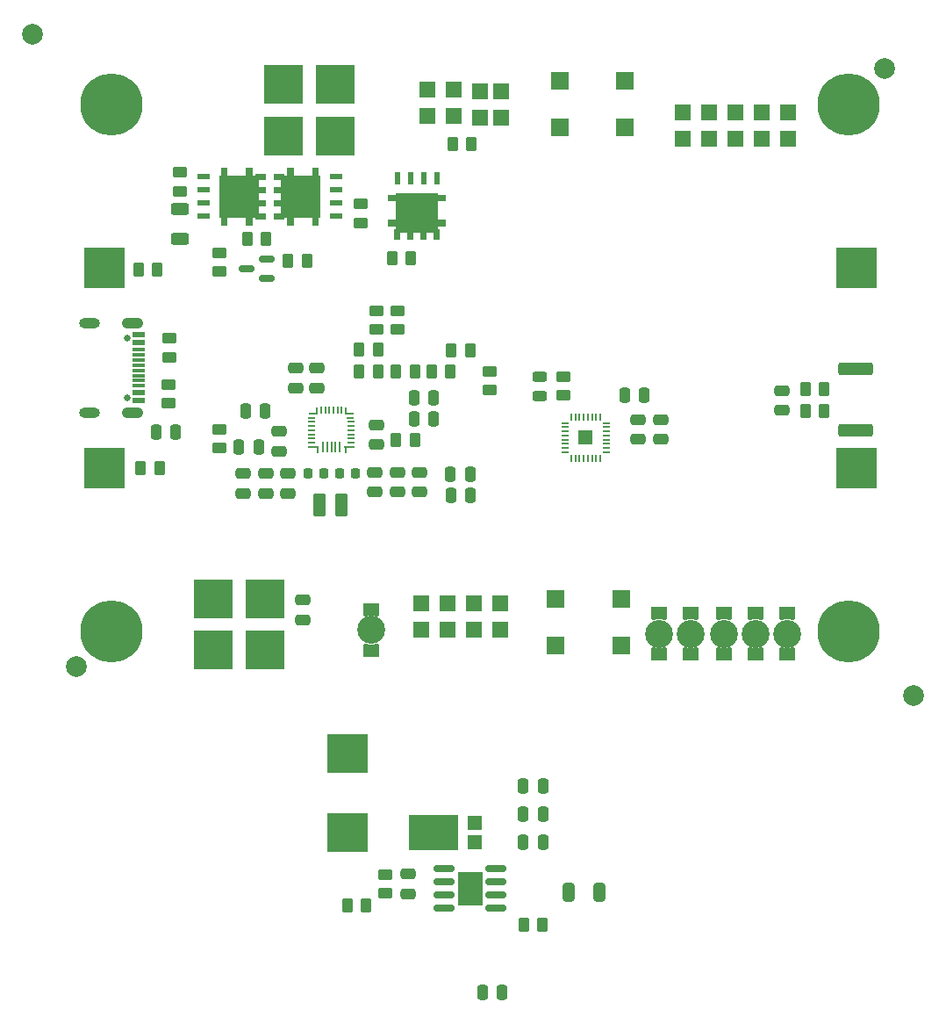
<source format=gbr>
%TF.GenerationSoftware,KiCad,Pcbnew,8.0.3+1*%
%TF.CreationDate,2024-07-22T11:02:22+00:00*%
%TF.ProjectId,LION2CELL02,4c494f4e-3243-4454-9c4c-30322e6b6963,rev?*%
%TF.SameCoordinates,Original*%
%TF.FileFunction,Soldermask,Bot*%
%TF.FilePolarity,Negative*%
%FSLAX46Y46*%
G04 Gerber Fmt 4.6, Leading zero omitted, Abs format (unit mm)*
G04 Created by KiCad (PCBNEW 8.0.3+1) date 2024-07-22 11:02:22*
%MOMM*%
%LPD*%
G01*
G04 APERTURE LIST*
G04 Aperture macros list*
%AMRoundRect*
0 Rectangle with rounded corners*
0 $1 Rounding radius*
0 $2 $3 $4 $5 $6 $7 $8 $9 X,Y pos of 4 corners*
0 Add a 4 corners polygon primitive as box body*
4,1,4,$2,$3,$4,$5,$6,$7,$8,$9,$2,$3,0*
0 Add four circle primitives for the rounded corners*
1,1,$1+$1,$2,$3*
1,1,$1+$1,$4,$5*
1,1,$1+$1,$6,$7*
1,1,$1+$1,$8,$9*
0 Add four rect primitives between the rounded corners*
20,1,$1+$1,$2,$3,$4,$5,0*
20,1,$1+$1,$4,$5,$6,$7,0*
20,1,$1+$1,$6,$7,$8,$9,0*
20,1,$1+$1,$8,$9,$2,$3,0*%
%AMFreePoly0*
4,1,27,0.405000,0.748540,0.473851,0.737775,0.540468,0.697134,0.586462,0.634092,0.604830,0.558249,0.592775,0.481149,0.592776,0.481149,0.558927,0.388685,0.517726,0.196112,0.503933,-0.000335,0.517820,-0.196775,0.559113,-0.389328,0.593006,-0.481776,0.593005,-0.481776,0.605097,-0.558870,0.586765,-0.634722,0.540802,-0.697786,0.474204,-0.738459,0.405000,-0.749313,0.405000,-0.750000,
0.400623,-0.750000,0.397110,-0.750551,0.394830,-0.750000,-0.645000,-0.750000,-0.645000,0.750000,0.405000,0.750000,0.405000,0.748540,0.405000,0.748540,$1*%
%AMFreePoly1*
4,1,37,-1.390000,2.050000,0.435000,2.050000,0.435000,2.805000,1.035000,2.805000,1.035000,2.050000,1.215000,2.050000,1.215000,-2.050000,1.035000,-2.050000,1.035000,-2.805000,0.435000,-2.805000,0.435000,-2.050000,-1.390000,-2.050000,-1.390000,-2.805000,-1.990000,-2.805000,-1.990000,-2.050000,-2.285000,-2.050000,-2.285000,-2.210000,-3.305000,-2.210000,-3.305000,-1.600000,-2.595000,-1.600000,
-2.595000,-0.940000,-3.305000,-0.940000,-3.305000,-0.330000,-2.595000,-0.330000,-2.595000,0.330000,-3.305000,0.330000,-3.305000,0.940000,-2.595000,0.940000,-2.595000,1.600000,-3.305000,1.600000,-3.305000,2.210000,-2.285000,2.210000,-2.285000,2.050000,-1.990000,2.050000,-1.990000,2.805000,-1.390000,2.805000,-1.390000,2.050000,-1.390000,2.050000,$1*%
G04 Aperture macros list end*
%ADD10R,3.810000X3.810000*%
%ADD11R,1.524000X1.524000*%
%ADD12R,1.676400X1.676400*%
%ADD13C,6.000000*%
%ADD14R,4.000000X4.000000*%
%ADD15RoundRect,0.250000X-0.250000X-0.475000X0.250000X-0.475000X0.250000X0.475000X-0.250000X0.475000X0*%
%ADD16RoundRect,0.225000X0.225000X0.250000X-0.225000X0.250000X-0.225000X-0.250000X0.225000X-0.250000X0*%
%ADD17RoundRect,0.250000X-0.475000X0.250000X-0.475000X-0.250000X0.475000X-0.250000X0.475000X0.250000X0*%
%ADD18RoundRect,0.250000X0.250000X0.475000X-0.250000X0.475000X-0.250000X-0.475000X0.250000X-0.475000X0*%
%ADD19RoundRect,0.250000X0.475000X-0.250000X0.475000X0.250000X-0.475000X0.250000X-0.475000X-0.250000X0*%
%ADD20C,2.700000*%
%ADD21FreePoly0,90.000000*%
%ADD22FreePoly0,270.000000*%
%ADD23C,0.650000*%
%ADD24R,1.150000X0.600000*%
%ADD25R,1.150000X0.300000*%
%ADD26O,2.000000X1.000000*%
%ADD27O,2.100000X1.050000*%
%ADD28RoundRect,0.250000X0.375000X0.850000X-0.375000X0.850000X-0.375000X-0.850000X0.375000X-0.850000X0*%
%ADD29R,0.610000X1.270000*%
%ADD30FreePoly1,90.000000*%
%ADD31RoundRect,0.250000X-0.450000X0.262500X-0.450000X-0.262500X0.450000X-0.262500X0.450000X0.262500X0*%
%ADD32RoundRect,0.250000X0.262500X0.450000X-0.262500X0.450000X-0.262500X-0.450000X0.262500X-0.450000X0*%
%ADD33RoundRect,0.250000X-0.262500X-0.450000X0.262500X-0.450000X0.262500X0.450000X-0.262500X0.450000X0*%
%ADD34RoundRect,0.250000X0.450000X-0.262500X0.450000X0.262500X-0.450000X0.262500X-0.450000X-0.262500X0*%
%ADD35RoundRect,0.250000X-0.625000X0.312500X-0.625000X-0.312500X0.625000X-0.312500X0.625000X0.312500X0*%
%ADD36RoundRect,0.050000X-0.425000X-0.050000X0.425000X-0.050000X0.425000X0.050000X-0.425000X0.050000X0*%
%ADD37RoundRect,0.050000X-0.050000X-0.300000X0.050000X-0.300000X0.050000X0.300000X-0.050000X0.300000X0*%
%ADD38RoundRect,0.050000X-0.250000X-0.050000X0.250000X-0.050000X0.250000X0.050000X-0.250000X0.050000X0*%
%ADD39RoundRect,0.050000X-0.400000X-0.050000X0.400000X-0.050000X0.400000X0.050000X-0.400000X0.050000X0*%
%ADD40RoundRect,0.050000X-0.050000X-0.250000X0.050000X-0.250000X0.050000X0.250000X-0.050000X0.250000X0*%
%ADD41RoundRect,0.050000X-0.050000X0.300000X-0.050000X-0.300000X0.050000X-0.300000X0.050000X0.300000X0*%
%ADD42RoundRect,0.050000X-0.300000X-0.050000X0.300000X-0.050000X0.300000X0.050000X-0.300000X0.050000X0*%
%ADD43RoundRect,0.050000X-0.275000X-0.050000X0.275000X-0.050000X0.275000X0.050000X-0.275000X0.050000X0*%
%ADD44RoundRect,0.050000X-0.290000X-0.050000X0.290000X-0.050000X0.290000X0.050000X-0.290000X0.050000X0*%
%ADD45RoundRect,0.050000X-0.050000X-0.450000X0.050000X-0.450000X0.050000X0.450000X-0.050000X0.450000X0*%
%ADD46RoundRect,0.050000X0.300000X0.050000X-0.300000X0.050000X-0.300000X-0.050000X0.300000X-0.050000X0*%
%ADD47RoundRect,0.050000X0.050000X0.300000X-0.050000X0.300000X-0.050000X-0.300000X0.050000X-0.300000X0*%
%ADD48RoundRect,0.120400X0.579600X0.579600X-0.579600X0.579600X-0.579600X-0.579600X0.579600X-0.579600X0*%
%ADD49RoundRect,0.250000X1.425000X-0.362500X1.425000X0.362500X-1.425000X0.362500X-1.425000X-0.362500X0*%
%ADD50R,4.000000X3.850000*%
%ADD51R,1.270000X0.610000*%
%ADD52FreePoly1,0.000000*%
%ADD53C,2.000000*%
%ADD54RoundRect,0.150000X0.825000X0.150000X-0.825000X0.150000X-0.825000X-0.150000X0.825000X-0.150000X0*%
%ADD55R,2.410000X3.300000*%
%ADD56RoundRect,0.250000X0.325000X0.650000X-0.325000X0.650000X-0.325000X-0.650000X0.325000X-0.650000X0*%
%ADD57FreePoly1,180.000000*%
%ADD58R,4.860000X3.360000*%
%ADD59R,1.400000X1.390000*%
%ADD60RoundRect,0.243750X0.456250X-0.243750X0.456250X0.243750X-0.456250X0.243750X-0.456250X-0.243750X0*%
%ADD61RoundRect,0.225000X-0.225000X-0.250000X0.225000X-0.250000X0.225000X0.250000X-0.225000X0.250000X0*%
%ADD62RoundRect,0.150000X0.587500X0.150000X-0.587500X0.150000X-0.587500X-0.150000X0.587500X-0.150000X0*%
G04 APERTURE END LIST*
D10*
%TO.C,J2*%
X31690500Y57892200D03*
X26690500Y57892200D03*
%TD*%
%TO.C,J3*%
X31690500Y62896000D03*
X26690500Y62896000D03*
%TD*%
D11*
%TO.C,J4*%
X47625000Y12827000D03*
X47625000Y10287000D03*
X45085000Y12827000D03*
X45085000Y10287000D03*
X42545000Y12827000D03*
X42545000Y10287000D03*
X40005000Y12827000D03*
X40005000Y10287000D03*
%TD*%
%TO.C,J6*%
X43180000Y62357000D03*
X43180000Y59817000D03*
%TD*%
%TO.C,J7*%
X40640000Y59817000D03*
X40640000Y62357000D03*
%TD*%
D10*
%TO.C,J9*%
X19955500Y8323000D03*
X24955500Y8323000D03*
%TD*%
D11*
%TO.C,J10*%
X45720000Y62230000D03*
X45720000Y59690000D03*
%TD*%
%TO.C,J11*%
X47752000Y62230000D03*
X47752000Y59690000D03*
%TD*%
%TO.C,J12*%
X65278000Y57658000D03*
X65278000Y60198000D03*
X67818000Y57658000D03*
X67818000Y60198000D03*
X70358000Y57658000D03*
X70358000Y60198000D03*
X72898000Y57658000D03*
X72898000Y60198000D03*
X75438000Y57658000D03*
X75438000Y60198000D03*
%TD*%
D10*
%TO.C,J8*%
X19955500Y13276000D03*
X24955500Y13276000D03*
%TD*%
D12*
%TO.C,SW1*%
X53365000Y63210000D03*
X59665000Y63210000D03*
X53365000Y58710000D03*
X59665000Y58710000D03*
%TD*%
%TO.C,SW2*%
X52984000Y13299000D03*
X59284000Y13299000D03*
X52984000Y8799000D03*
X59284000Y8799000D03*
%TD*%
D13*
%TO.C,H2*%
X81280000Y60960000D03*
%TD*%
%TO.C,H3*%
X10160000Y10160000D03*
%TD*%
D14*
%TO.C,B1*%
X9470000Y45210000D03*
X81970000Y45210000D03*
X9470000Y25910000D03*
X81970000Y25910000D03*
%TD*%
D13*
%TO.C,H4*%
X81280000Y10160000D03*
%TD*%
%TO.C,H1*%
X10160000Y60960000D03*
%TD*%
D15*
%TO.C,C1*%
X14417000Y29337000D03*
X16317000Y29337000D03*
%TD*%
D16*
%TO.C,C5*%
X33668000Y25400000D03*
X32118000Y25400000D03*
%TD*%
D17*
%TO.C,C6*%
X35560000Y25461000D03*
X35560000Y23561000D03*
%TD*%
D15*
%TO.C,C7*%
X42839600Y25323800D03*
X44739600Y25323800D03*
%TD*%
%TO.C,C8*%
X42865000Y23241000D03*
X44765000Y23241000D03*
%TD*%
D17*
%TO.C,C9*%
X26289000Y29398000D03*
X26289000Y27498000D03*
%TD*%
D18*
%TO.C,C11*%
X41208999Y32639000D03*
X39309001Y32639000D03*
%TD*%
%TO.C,C16*%
X61529000Y32893000D03*
X59629000Y32893000D03*
%TD*%
D17*
%TO.C,C17*%
X63119000Y30541000D03*
X63119000Y28641000D03*
%TD*%
D19*
%TO.C,C18*%
X60921900Y28663800D03*
X60921900Y30563800D03*
%TD*%
D20*
%TO.C,D1*%
X62992000Y9906000D03*
D21*
X62992000Y8001000D03*
D22*
X62992000Y11811000D03*
%TD*%
D20*
%TO.C,D3*%
X35179000Y10287000D03*
D22*
X35179000Y12192000D03*
D21*
X35179000Y8382000D03*
%TD*%
D20*
%TO.C,D4*%
X66040000Y9906000D03*
D22*
X66040000Y11811000D03*
D21*
X66040000Y8001000D03*
%TD*%
D20*
%TO.C,D7*%
X72263000Y9906000D03*
D21*
X72263000Y8001000D03*
D22*
X72263000Y11811000D03*
%TD*%
D20*
%TO.C,D8*%
X75311000Y9906000D03*
D21*
X75311000Y8001000D03*
D22*
X75311000Y11811000D03*
%TD*%
D23*
%TO.C,J1*%
X11681000Y32670000D03*
X11681000Y38450000D03*
D24*
X12756000Y32360000D03*
X12756000Y33160000D03*
D25*
X12756000Y34310000D03*
X12756000Y35310000D03*
X12756000Y35810000D03*
X12756000Y36810000D03*
D24*
X12756000Y38760000D03*
X12756000Y37960000D03*
D25*
X12756000Y37310000D03*
X12756000Y36310000D03*
X12756000Y34810000D03*
X12756000Y33810000D03*
D26*
X8001000Y31240000D03*
X8001000Y39880000D03*
D27*
X12181000Y31240000D03*
X12181000Y39880000D03*
%TD*%
D28*
%TO.C,L1*%
X32317000Y22352000D03*
X30167000Y22352000D03*
%TD*%
D29*
%TO.C,Q1*%
X38989000Y53851000D03*
X40259000Y53851000D03*
X37719000Y53851001D03*
X41529000Y53851001D03*
D30*
X39624000Y51181000D03*
%TD*%
D31*
%TO.C,R1*%
X15748000Y38377500D03*
X15748000Y36552500D03*
%TD*%
D32*
%TO.C,R3*%
X35837500Y35179000D03*
X34012500Y35179000D03*
%TD*%
D33*
%TO.C,R5*%
X34012500Y37338000D03*
X35837500Y37338000D03*
%TD*%
D34*
%TO.C,R6*%
X35687000Y39219500D03*
X35687000Y41044500D03*
%TD*%
D31*
%TO.C,R7*%
X20574000Y29614500D03*
X20574000Y27789500D03*
%TD*%
D33*
%TO.C,R8*%
X40997500Y35179000D03*
X42822500Y35179000D03*
%TD*%
%TO.C,R9*%
X37568500Y28575000D03*
X39393500Y28575000D03*
%TD*%
D32*
%TO.C,R11*%
X44854500Y57150000D03*
X43029500Y57150000D03*
%TD*%
D35*
%TO.C,R17*%
X16764000Y50865500D03*
X16764000Y47940500D03*
%TD*%
D32*
%TO.C,R18*%
X25042500Y48006000D03*
X23217500Y48006000D03*
%TD*%
%TO.C,R19*%
X28979500Y45847000D03*
X27154500Y45847000D03*
%TD*%
D34*
%TO.C,R20*%
X53721000Y32869500D03*
X53721000Y34694500D03*
%TD*%
%TO.C,R23*%
X34163000Y49506500D03*
X34163000Y51331500D03*
%TD*%
D33*
%TO.C,R24*%
X42902500Y37211000D03*
X44727500Y37211000D03*
%TD*%
%TO.C,R27*%
X37187500Y46101000D03*
X39012500Y46101000D03*
%TD*%
D34*
%TO.C,R28*%
X20574000Y44807500D03*
X20574000Y46632500D03*
%TD*%
D33*
%TO.C,R32*%
X12701900Y45034200D03*
X14526900Y45034200D03*
%TD*%
%TO.C,R33*%
X12930500Y25908000D03*
X14755500Y25908000D03*
%TD*%
D36*
%TO.C,U1*%
X29610700Y27927500D03*
D37*
X29985700Y27677500D03*
D38*
X29435700Y28327500D03*
X29435700Y28727500D03*
X29435700Y29127500D03*
X29435700Y29527500D03*
X29435700Y29927500D03*
X29435700Y30327500D03*
X29435700Y30727500D03*
D39*
X29585700Y31127500D03*
D37*
X29935700Y31377500D03*
D40*
X30335700Y31427500D03*
X30735700Y31427500D03*
X31135700Y31427500D03*
X31535700Y31427500D03*
X31935700Y31427500D03*
X32335700Y31427500D03*
D41*
X32735700Y31377500D03*
D39*
X33085700Y31127500D03*
D42*
X33185700Y30727500D03*
D43*
X33210700Y30327500D03*
D44*
X33198200Y29927500D03*
D38*
X33235700Y29527500D03*
X33235700Y29127500D03*
X33235700Y28727500D03*
X33235700Y28327500D03*
D37*
X32685700Y27677500D03*
D36*
X33060700Y27927500D03*
D45*
X32135700Y27927500D03*
X31735700Y27927500D03*
X31335700Y27927500D03*
X30935700Y27927500D03*
X30535700Y27927500D03*
%TD*%
D46*
%TO.C,U3*%
X57880000Y30229000D03*
X57880000Y29829000D03*
X57880000Y29429000D03*
X57880000Y29029000D03*
X57880000Y28629000D03*
X57880000Y28229000D03*
X57880000Y27829000D03*
X57880000Y27429000D03*
D47*
X57280000Y26829000D03*
X56880000Y26829000D03*
X56480000Y26829000D03*
X56080000Y26829000D03*
X55680000Y26829000D03*
X55280000Y26829000D03*
X54880000Y26829000D03*
X54480000Y26829000D03*
D46*
X53880000Y27429000D03*
X53880000Y27829000D03*
X53880000Y28229000D03*
X53880000Y28629000D03*
X53880000Y29029000D03*
X53880000Y29429000D03*
X53880000Y29829000D03*
X53880000Y30229000D03*
D47*
X54480000Y30829000D03*
X54880000Y30829000D03*
X55280000Y30829000D03*
X55680000Y30829000D03*
X56080000Y30829000D03*
X56480000Y30829000D03*
X56880000Y30829000D03*
X57280000Y30829000D03*
D48*
X55880000Y28829000D03*
%TD*%
D33*
%TO.C,R4*%
X37568500Y35179000D03*
X39393500Y35179000D03*
%TD*%
D20*
%TO.C,D5*%
X69215000Y9906000D03*
D22*
X69215000Y11811000D03*
D21*
X69215000Y8001000D03*
%TD*%
D18*
%TO.C,C4*%
X24317999Y27940000D03*
X22418001Y27940000D03*
%TD*%
D19*
%TO.C,C3*%
X27940000Y33594000D03*
X27940000Y35494000D03*
%TD*%
%TO.C,C2*%
X29972000Y33594000D03*
X29972000Y35494000D03*
%TD*%
%TO.C,C10*%
X35687000Y28133000D03*
X35687000Y30033000D03*
%TD*%
D34*
%TO.C,R2*%
X15621000Y32107500D03*
X15621000Y33932500D03*
%TD*%
D32*
%TO.C,R34*%
X78890500Y31369000D03*
X77065500Y31369000D03*
%TD*%
D18*
%TO.C,C19*%
X41208999Y30607000D03*
X39309001Y30607000D03*
%TD*%
%TO.C,C20*%
X24952999Y31369000D03*
X23053001Y31369000D03*
%TD*%
D49*
%TO.C,R35*%
X81915000Y29549500D03*
X81915000Y35474500D03*
%TD*%
D32*
%TO.C,R36*%
X78890500Y33528000D03*
X77065500Y33528000D03*
%TD*%
D31*
%TO.C,R22*%
X16764000Y54379500D03*
X16764000Y52554500D03*
%TD*%
D50*
%TO.C,L2*%
X32893000Y-9286000D03*
X32893000Y-1636000D03*
%TD*%
D51*
%TO.C,Q5*%
X31753000Y52705000D03*
X31753000Y51435000D03*
X31753001Y53975000D03*
X31753001Y50165000D03*
D52*
X29083000Y52070000D03*
%TD*%
D53*
%TO.C,FID4*%
X2540000Y67663000D03*
%TD*%
%TO.C,FID1*%
X6731000Y6731000D03*
%TD*%
D54*
%TO.C,U2*%
X47195000Y-12743000D03*
X47195000Y-14013000D03*
X47195000Y-15283000D03*
X47195000Y-16553000D03*
X42245000Y-16553000D03*
X42245000Y-15283000D03*
X42245000Y-14013000D03*
X42245000Y-12743000D03*
D55*
X44720000Y-14648000D03*
%TD*%
D56*
%TO.C,C15*%
X57179000Y-14976000D03*
X54229000Y-14976000D03*
%TD*%
D18*
%TO.C,C35*%
X51750000Y-10146000D03*
X49850000Y-10146000D03*
%TD*%
D51*
%TO.C,Q3*%
X19047000Y51435000D03*
X19047000Y52705000D03*
X19046999Y50165000D03*
X19046999Y53975000D03*
D57*
X21717000Y52070000D03*
%TD*%
D18*
%TO.C,C36*%
X47813000Y-24638000D03*
X45913000Y-24638000D03*
%TD*%
D34*
%TO.C,TH3*%
X37719000Y39219500D03*
X37719000Y41044500D03*
%TD*%
D17*
%TO.C,C27*%
X22860000Y25334000D03*
X22860000Y23434000D03*
%TD*%
D34*
%TO.C,R13*%
X36576000Y-15136500D03*
X36576000Y-13311500D03*
%TD*%
D32*
%TO.C,R12*%
X51712500Y-18168000D03*
X49887500Y-18168000D03*
%TD*%
D58*
%TO.C,D2*%
X41170999Y-9271000D03*
D59*
X45153000Y-8351000D03*
X45153000Y-10191000D03*
%TD*%
D18*
%TO.C,C22*%
X51750000Y-4798000D03*
X49850000Y-4798000D03*
%TD*%
D53*
%TO.C,FID2*%
X84709000Y64389000D03*
%TD*%
D34*
%TO.C,TH4*%
X46609000Y33377500D03*
X46609000Y35202500D03*
%TD*%
D60*
%TO.C,D6*%
X51435000Y32844500D03*
X51435000Y34719500D03*
%TD*%
D19*
%TO.C,C21*%
X74803000Y31435000D03*
X74803000Y33335000D03*
%TD*%
D17*
%TO.C,C25*%
X25019000Y25334000D03*
X25019000Y23434000D03*
%TD*%
D61*
%TO.C,C24*%
X29070000Y25400000D03*
X30620000Y25400000D03*
%TD*%
D17*
%TO.C,C31*%
X39878000Y25461000D03*
X39878000Y23561000D03*
%TD*%
D53*
%TO.C,FID3*%
X87503000Y3937000D03*
%TD*%
D17*
%TO.C,C30*%
X37719000Y25461000D03*
X37719000Y23561000D03*
%TD*%
%TO.C,C29*%
X28575000Y13142000D03*
X28575000Y11242000D03*
%TD*%
%TO.C,C26*%
X27178000Y25334000D03*
X27178000Y23434000D03*
%TD*%
D19*
%TO.C,C38*%
X38735000Y-15174000D03*
X38735000Y-13274000D03*
%TD*%
D33*
%TO.C,R10*%
X32869500Y-16256000D03*
X34694500Y-16256000D03*
%TD*%
D62*
%TO.C,Q2*%
X25067500Y46035000D03*
X25067500Y44135000D03*
X23192499Y45085000D03*
%TD*%
D18*
%TO.C,C23*%
X51750000Y-7472000D03*
X49850000Y-7472000D03*
%TD*%
M02*

</source>
